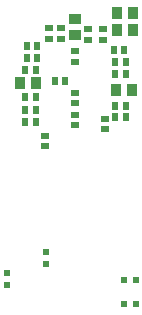
<source format=gbp>
G04*
G04 #@! TF.GenerationSoftware,Altium Limited,Altium Designer,24.4.1 (13)*
G04*
G04 Layer_Color=128*
%FSLAX44Y44*%
%MOMM*%
G71*
G04*
G04 #@! TF.SameCoordinates,6542FF27-95F4-46AC-8F84-F2986E28DBEB*
G04*
G04*
G04 #@! TF.FilePolarity,Positive*
G04*
G01*
G75*
%ADD16R,0.5000X0.6000*%
%ADD17R,0.9000X1.0000*%
%ADD20R,0.6000X0.6400*%
%ADD21R,0.6000X0.5000*%
%ADD24R,0.6400X0.6000*%
%ADD31R,1.0000X0.9000*%
D16*
X640000Y279000D02*
D03*
X630000D02*
D03*
X640000Y259000D02*
D03*
X630000D02*
D03*
D17*
X542250Y446000D02*
D03*
X555750D02*
D03*
X624250Y505000D02*
D03*
X637750D02*
D03*
Y491000D02*
D03*
X624250D02*
D03*
X637000Y440500D02*
D03*
X623500D02*
D03*
D20*
X555400Y413000D02*
D03*
X546600D02*
D03*
X571600Y448000D02*
D03*
X580400D02*
D03*
X621600Y474000D02*
D03*
X630400D02*
D03*
X622600Y454000D02*
D03*
X631400D02*
D03*
X555400Y434000D02*
D03*
X546600D02*
D03*
Y423000D02*
D03*
X555400D02*
D03*
Y457000D02*
D03*
X546600D02*
D03*
X631400Y464000D02*
D03*
X622600D02*
D03*
X631400Y427000D02*
D03*
X622600D02*
D03*
X631400Y417000D02*
D03*
X622600D02*
D03*
X556400Y477000D02*
D03*
X547600D02*
D03*
Y467000D02*
D03*
X556400D02*
D03*
D21*
X564000Y303000D02*
D03*
Y293000D02*
D03*
X531000Y275000D02*
D03*
Y285000D02*
D03*
D24*
X563000Y401400D02*
D03*
Y392600D02*
D03*
X614371Y407120D02*
D03*
Y415920D02*
D03*
X577000Y483600D02*
D03*
Y492400D02*
D03*
X567000D02*
D03*
Y483600D02*
D03*
X612000Y482600D02*
D03*
Y491400D02*
D03*
X600000D02*
D03*
Y482600D02*
D03*
X588500Y464100D02*
D03*
Y472900D02*
D03*
Y410100D02*
D03*
Y418900D02*
D03*
Y437900D02*
D03*
Y429100D02*
D03*
D31*
Y486750D02*
D03*
Y500250D02*
D03*
M02*

</source>
